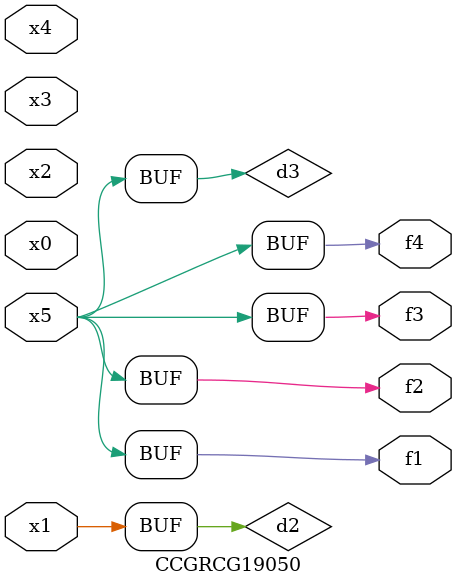
<source format=v>
module CCGRCG19050(
	input x0, x1, x2, x3, x4, x5,
	output f1, f2, f3, f4
);

	wire d1, d2, d3;

	not (d1, x5);
	or (d2, x1);
	xnor (d3, d1);
	assign f1 = d3;
	assign f2 = d3;
	assign f3 = d3;
	assign f4 = d3;
endmodule

</source>
